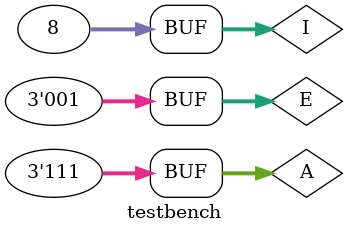
<source format=v>
`timescale 1ns/1ns
module testbench;
    reg [1:3]E;
    reg [2:0]A;
    wire [7:0]Y;
    integer I;

HC138 ul(E,A,Y);
    initial 
    begin
     E=0;
     A=0;
     #5 E=3'b100;
     #5 E=3'b111;
     #5 E=3'b000;
    for(I=1;I<=7;I=I+1)#5 A=I;
     #5 E=3'b001;
    for(I=1;I<=7;I=I+1)#5 A=I;
    end
    initial
        $monitor("tiem=%t,E=%b,A=%b,Y=%b",$time,E,A,Y);
endmodule


</source>
